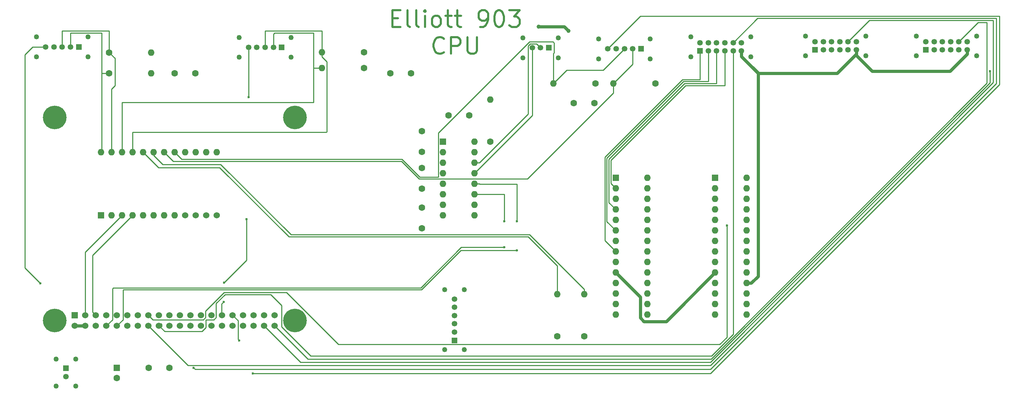
<source format=gbr>
G04 #@! TF.FileFunction,Copper,L1,Top,Signal*
%FSLAX46Y46*%
G04 Gerber Fmt 4.6, Leading zero omitted, Abs format (unit mm)*
G04 Created by KiCad (PCBNEW 4.0.7) date 06/16/18 15:25:26*
%MOMM*%
%LPD*%
G01*
G04 APERTURE LIST*
%ADD10C,0.100000*%
%ADD11C,0.500000*%
%ADD12R,1.524000X1.524000*%
%ADD13C,1.524000*%
%ADD14C,5.700000*%
%ADD15C,1.600000*%
%ADD16R,1.600000X1.600000*%
%ADD17O,1.600000X1.600000*%
%ADD18R,1.350000X1.350000*%
%ADD19C,1.350000*%
%ADD20C,1.250000*%
%ADD21C,0.600000*%
%ADD22C,1.000000*%
%ADD23C,0.750000*%
%ADD24C,0.250000*%
G04 APERTURE END LIST*
D10*
D11*
X135131905Y-26074286D02*
X136465238Y-26074286D01*
X137036667Y-28169524D02*
X135131905Y-28169524D01*
X135131905Y-24169524D01*
X137036667Y-24169524D01*
X139322382Y-28169524D02*
X138941429Y-27979048D01*
X138750953Y-27598095D01*
X138750953Y-24169524D01*
X141417620Y-28169524D02*
X141036667Y-27979048D01*
X140846191Y-27598095D01*
X140846191Y-24169524D01*
X142941429Y-28169524D02*
X142941429Y-25502857D01*
X142941429Y-24169524D02*
X142750953Y-24360000D01*
X142941429Y-24550476D01*
X143131905Y-24360000D01*
X142941429Y-24169524D01*
X142941429Y-24550476D01*
X145417620Y-28169524D02*
X145036667Y-27979048D01*
X144846191Y-27788571D01*
X144655715Y-27407619D01*
X144655715Y-26264762D01*
X144846191Y-25883810D01*
X145036667Y-25693333D01*
X145417620Y-25502857D01*
X145989048Y-25502857D01*
X146370000Y-25693333D01*
X146560477Y-25883810D01*
X146750953Y-26264762D01*
X146750953Y-27407619D01*
X146560477Y-27788571D01*
X146370000Y-27979048D01*
X145989048Y-28169524D01*
X145417620Y-28169524D01*
X147893810Y-25502857D02*
X149417620Y-25502857D01*
X148465239Y-24169524D02*
X148465239Y-27598095D01*
X148655715Y-27979048D01*
X149036668Y-28169524D01*
X149417620Y-28169524D01*
X150179524Y-25502857D02*
X151703334Y-25502857D01*
X150750953Y-24169524D02*
X150750953Y-27598095D01*
X150941429Y-27979048D01*
X151322382Y-28169524D01*
X151703334Y-28169524D01*
X156274762Y-28169524D02*
X157036667Y-28169524D01*
X157417619Y-27979048D01*
X157608095Y-27788571D01*
X157989048Y-27217143D01*
X158179524Y-26455238D01*
X158179524Y-24931429D01*
X157989048Y-24550476D01*
X157798572Y-24360000D01*
X157417619Y-24169524D01*
X156655715Y-24169524D01*
X156274762Y-24360000D01*
X156084286Y-24550476D01*
X155893810Y-24931429D01*
X155893810Y-25883810D01*
X156084286Y-26264762D01*
X156274762Y-26455238D01*
X156655715Y-26645714D01*
X157417619Y-26645714D01*
X157798572Y-26455238D01*
X157989048Y-26264762D01*
X158179524Y-25883810D01*
X160655715Y-24169524D02*
X161036667Y-24169524D01*
X161417619Y-24360000D01*
X161608096Y-24550476D01*
X161798572Y-24931429D01*
X161989048Y-25693333D01*
X161989048Y-26645714D01*
X161798572Y-27407619D01*
X161608096Y-27788571D01*
X161417619Y-27979048D01*
X161036667Y-28169524D01*
X160655715Y-28169524D01*
X160274762Y-27979048D01*
X160084286Y-27788571D01*
X159893810Y-27407619D01*
X159703334Y-26645714D01*
X159703334Y-25693333D01*
X159893810Y-24931429D01*
X160084286Y-24550476D01*
X160274762Y-24360000D01*
X160655715Y-24169524D01*
X163322382Y-24169524D02*
X165798572Y-24169524D01*
X164465239Y-25693333D01*
X165036667Y-25693333D01*
X165417620Y-25883810D01*
X165608096Y-26074286D01*
X165798572Y-26455238D01*
X165798572Y-27407619D01*
X165608096Y-27788571D01*
X165417620Y-27979048D01*
X165036667Y-28169524D01*
X163893810Y-28169524D01*
X163512858Y-27979048D01*
X163322382Y-27788571D01*
X147512857Y-34288571D02*
X147322381Y-34479048D01*
X146750952Y-34669524D01*
X146370000Y-34669524D01*
X145798572Y-34479048D01*
X145417619Y-34098095D01*
X145227143Y-33717143D01*
X145036667Y-32955238D01*
X145036667Y-32383810D01*
X145227143Y-31621905D01*
X145417619Y-31240952D01*
X145798572Y-30860000D01*
X146370000Y-30669524D01*
X146750952Y-30669524D01*
X147322381Y-30860000D01*
X147512857Y-31050476D01*
X149227143Y-34669524D02*
X149227143Y-30669524D01*
X150750952Y-30669524D01*
X151131905Y-30860000D01*
X151322381Y-31050476D01*
X151512857Y-31431429D01*
X151512857Y-32002857D01*
X151322381Y-32383810D01*
X151131905Y-32574286D01*
X150750952Y-32764762D01*
X149227143Y-32764762D01*
X153227143Y-30669524D02*
X153227143Y-33907619D01*
X153417619Y-34288571D01*
X153608095Y-34479048D01*
X153989048Y-34669524D01*
X154750952Y-34669524D01*
X155131905Y-34479048D01*
X155322381Y-34288571D01*
X155512857Y-33907619D01*
X155512857Y-30669524D01*
D12*
X58420000Y-97790000D03*
D13*
X58420000Y-100330000D03*
X71120000Y-97790000D03*
X60960000Y-100330000D03*
X73660000Y-97790000D03*
X63500000Y-100330000D03*
X76200000Y-97790000D03*
X66040000Y-100330000D03*
X78740000Y-97790000D03*
X68580000Y-100330000D03*
X81280000Y-97790000D03*
X71120000Y-100330000D03*
X83820000Y-97790000D03*
X73660000Y-100330000D03*
X86360000Y-97790000D03*
X76200000Y-100330000D03*
X88900000Y-97790000D03*
X78740000Y-100330000D03*
X91440000Y-97790000D03*
X81280000Y-100330000D03*
X93980000Y-97790000D03*
X83820000Y-100330000D03*
X96520000Y-97790000D03*
X86360000Y-100330000D03*
X88900000Y-100330000D03*
X99060000Y-97790000D03*
X91440000Y-100330000D03*
X96520000Y-100330000D03*
X99060000Y-100330000D03*
X101600000Y-100330000D03*
X104140000Y-100330000D03*
X101600000Y-97790000D03*
X104140000Y-97790000D03*
X60960000Y-97790000D03*
X63500000Y-97790000D03*
X66040000Y-97790000D03*
X68580000Y-97790000D03*
X106680000Y-97790000D03*
X106680000Y-100330000D03*
X93980000Y-100330000D03*
D14*
X53550000Y-99060000D03*
X111550000Y-99060000D03*
X111550000Y-50060000D03*
X53550000Y-50060000D03*
D15*
X142240000Y-53340000D03*
X142240000Y-58340000D03*
X142240000Y-62230000D03*
X142240000Y-67230000D03*
X153670000Y-49530000D03*
X148670000Y-49530000D03*
X142240000Y-76835000D03*
X142240000Y-71835000D03*
X76280000Y-110490000D03*
X81280000Y-110490000D03*
X82550000Y-39370000D03*
X87550000Y-39370000D03*
X134620000Y-39370000D03*
X139620000Y-39370000D03*
D16*
X68580000Y-110490000D03*
D15*
X68580000Y-112990000D03*
X183870000Y-46610000D03*
X178870000Y-46610000D03*
X181370000Y-102860000D03*
D17*
X181370000Y-92700000D03*
D15*
X174870000Y-102860000D03*
D17*
X174870000Y-92700000D03*
D15*
X128270000Y-34290000D03*
D17*
X118110000Y-34290000D03*
D15*
X128270000Y-38100000D03*
D17*
X118110000Y-38100000D03*
D15*
X66710000Y-34360000D03*
D17*
X76870000Y-34360000D03*
D15*
X66675000Y-39370000D03*
D17*
X76835000Y-39370000D03*
D15*
X158750000Y-55880000D03*
D17*
X158750000Y-45720000D03*
D15*
X198620000Y-41860000D03*
D17*
X188460000Y-41860000D03*
D15*
X184120000Y-41860000D03*
D17*
X173960000Y-41860000D03*
D16*
X64770000Y-73660000D03*
D17*
X92710000Y-58420000D03*
X67310000Y-73660000D03*
X82550000Y-58420000D03*
X69850000Y-73660000D03*
X80010000Y-58420000D03*
X72390000Y-73660000D03*
X77470000Y-58420000D03*
X74930000Y-73660000D03*
X74930000Y-58420000D03*
X77470000Y-73660000D03*
X90170000Y-58420000D03*
X80010000Y-73660000D03*
X87630000Y-58420000D03*
X82550000Y-73660000D03*
X85090000Y-58420000D03*
D13*
X85090000Y-73660000D03*
X87630000Y-73660000D03*
X90170000Y-73660000D03*
X92710000Y-73660000D03*
D17*
X72390000Y-58420000D03*
X69850000Y-58420000D03*
X67310000Y-58420000D03*
X64770000Y-58420000D03*
D16*
X189000000Y-64590000D03*
D17*
X196620000Y-97610000D03*
X189000000Y-67130000D03*
X196620000Y-95070000D03*
X189000000Y-69670000D03*
X196620000Y-92530000D03*
X189000000Y-72210000D03*
X196620000Y-89990000D03*
X189000000Y-74750000D03*
X196620000Y-87450000D03*
X189000000Y-77290000D03*
X196620000Y-84910000D03*
X189000000Y-79830000D03*
X196620000Y-82370000D03*
X189000000Y-82370000D03*
X196620000Y-79830000D03*
X189000000Y-84910000D03*
X196620000Y-77290000D03*
X189000000Y-87450000D03*
X196620000Y-74750000D03*
X189000000Y-89990000D03*
X196620000Y-72210000D03*
X189000000Y-92530000D03*
X196620000Y-69670000D03*
X189000000Y-95070000D03*
X196620000Y-67130000D03*
X189000000Y-97610000D03*
X196620000Y-64590000D03*
D16*
X147320000Y-55880000D03*
D17*
X154940000Y-73660000D03*
X147320000Y-58420000D03*
X154940000Y-71120000D03*
X147320000Y-60960000D03*
X154940000Y-68580000D03*
X147320000Y-63500000D03*
X154940000Y-66040000D03*
X147320000Y-66040000D03*
X154940000Y-63500000D03*
X147320000Y-68580000D03*
X154940000Y-60960000D03*
X147320000Y-71120000D03*
X154940000Y-58420000D03*
X147320000Y-73660000D03*
X154940000Y-55880000D03*
D16*
X213000000Y-64630000D03*
D17*
X220620000Y-97650000D03*
X213000000Y-67170000D03*
X220620000Y-95110000D03*
X213000000Y-69710000D03*
X220620000Y-92570000D03*
X213000000Y-72250000D03*
X220620000Y-90030000D03*
X213000000Y-74790000D03*
X220620000Y-87490000D03*
X213000000Y-77330000D03*
X220620000Y-84950000D03*
X213000000Y-79870000D03*
X220620000Y-82410000D03*
X213000000Y-82410000D03*
X220620000Y-79870000D03*
X213000000Y-84950000D03*
X220620000Y-77330000D03*
X213000000Y-87490000D03*
X220620000Y-74790000D03*
X213000000Y-90030000D03*
X220620000Y-72250000D03*
X213000000Y-92570000D03*
X220620000Y-69710000D03*
X213000000Y-95110000D03*
X220620000Y-67170000D03*
X213000000Y-97650000D03*
X220620000Y-64630000D03*
D18*
X59370000Y-32985000D03*
D19*
X57370000Y-32985000D03*
X55370000Y-32985000D03*
X53370000Y-32985000D03*
X51370000Y-32985000D03*
D20*
X61620000Y-35360000D03*
X61620000Y-30610000D03*
X49120000Y-35360000D03*
X49120000Y-30610000D03*
D18*
X108370000Y-33110000D03*
D19*
X106370000Y-33110000D03*
X104370000Y-33110000D03*
X102370000Y-33110000D03*
X100370000Y-33110000D03*
D20*
X110620000Y-35485000D03*
X110620000Y-30735000D03*
X98120000Y-35485000D03*
X98120000Y-30735000D03*
D18*
X237120000Y-33735000D03*
D19*
X239120000Y-33735000D03*
X241120000Y-33735000D03*
X243120000Y-33735000D03*
X245120000Y-33735000D03*
X247120000Y-33735000D03*
X237120000Y-31735000D03*
X239120000Y-31735000D03*
X241120000Y-31735000D03*
X243120000Y-31735000D03*
X245120000Y-31735000D03*
X247120000Y-31735000D03*
D20*
X234870000Y-30360000D03*
X234870000Y-35110000D03*
X249370000Y-30360000D03*
X249370000Y-35110000D03*
D18*
X209370000Y-33985000D03*
D19*
X211370000Y-33985000D03*
X213370000Y-33985000D03*
X215370000Y-33985000D03*
X217370000Y-33985000D03*
X219370000Y-33985000D03*
X209370000Y-31985000D03*
X211370000Y-31985000D03*
X213370000Y-31985000D03*
X215370000Y-31985000D03*
X217370000Y-31985000D03*
X219370000Y-31985000D03*
D20*
X207120000Y-30610000D03*
X207120000Y-35360000D03*
X221620000Y-30610000D03*
X221620000Y-35360000D03*
D18*
X263870000Y-33735000D03*
D19*
X265870000Y-33735000D03*
X267870000Y-33735000D03*
X269870000Y-33735000D03*
X271870000Y-33735000D03*
X273870000Y-33735000D03*
X263870000Y-31735000D03*
X265870000Y-31735000D03*
X267870000Y-31735000D03*
X269870000Y-31735000D03*
X271870000Y-31735000D03*
X273870000Y-31735000D03*
D20*
X261620000Y-30360000D03*
X261620000Y-35110000D03*
X276120000Y-30360000D03*
X276120000Y-35110000D03*
D18*
X150120000Y-103860000D03*
D19*
X150120000Y-101860000D03*
X150120000Y-99860000D03*
X150120000Y-97860000D03*
X150120000Y-95860000D03*
X150120000Y-93860000D03*
D20*
X147745000Y-106110000D03*
X152495000Y-106110000D03*
X147745000Y-91610000D03*
X152495000Y-91610000D03*
D18*
X195120000Y-33485000D03*
D19*
X193120000Y-33485000D03*
X191120000Y-33485000D03*
X189120000Y-33485000D03*
X187120000Y-33485000D03*
D20*
X197370000Y-35860000D03*
X197370000Y-31110000D03*
X184870000Y-35860000D03*
X184870000Y-31110000D03*
D18*
X172870000Y-33235000D03*
D19*
X170870000Y-33235000D03*
X168870000Y-33235000D03*
D20*
X175120000Y-35610000D03*
X175120000Y-30860000D03*
X166620000Y-35610000D03*
X166620000Y-30860000D03*
D18*
X56245000Y-110610000D03*
D19*
X56245000Y-112610000D03*
D20*
X58620000Y-108360000D03*
X53870000Y-108360000D03*
X58620000Y-114860000D03*
X53870000Y-114860000D03*
D21*
X215870000Y-76125002D03*
X87120000Y-110485010D03*
X162120000Y-81360000D03*
X162120000Y-75110000D03*
X165120000Y-82110000D03*
X165120000Y-75110000D03*
X279370000Y-38860000D03*
D22*
X170370000Y-28109976D03*
X177620000Y-29109996D03*
D21*
X50120000Y-90110000D03*
X94344657Y-94542063D03*
X94465424Y-89902717D03*
X100370000Y-45110000D03*
X99870000Y-74610000D03*
X101370000Y-111860004D03*
X98120000Y-103860000D03*
D23*
X189000000Y-87450000D02*
X194944999Y-93394999D01*
X194944999Y-93394999D02*
X194944999Y-98414001D01*
X194944999Y-98414001D02*
X195815999Y-99285001D01*
X195815999Y-99285001D02*
X201204999Y-99285001D01*
X201204999Y-99285001D02*
X213000000Y-87490000D01*
D24*
X118110000Y-34290000D02*
X118110000Y-35421370D01*
X119120000Y-53610000D02*
X72390000Y-53610000D01*
X118110000Y-35421370D02*
X119235001Y-36546371D01*
X119235001Y-36546371D02*
X119235001Y-53494999D01*
X119235001Y-53494999D02*
X119120000Y-53610000D01*
X72390000Y-53610000D02*
X72390000Y-58420000D01*
X104370000Y-32610000D02*
X104370000Y-29110000D01*
X104370000Y-29110000D02*
X118120000Y-29110000D01*
X118120000Y-29110000D02*
X118110000Y-29120000D01*
X118110000Y-29120000D02*
X118110000Y-34290000D01*
X69850000Y-58420000D02*
X69850000Y-46360000D01*
X69850000Y-46360000D02*
X116044999Y-46360000D01*
X116044999Y-46360000D02*
X116044999Y-36034999D01*
X116044999Y-36034999D02*
X116044999Y-38034999D01*
X116044999Y-38034999D02*
X116110000Y-38100000D01*
X116110000Y-38100000D02*
X118110000Y-38100000D01*
X106370000Y-32610000D02*
X106370000Y-29860000D01*
X106370000Y-29860000D02*
X106620000Y-29610000D01*
X106620000Y-29610000D02*
X116044999Y-29610000D01*
X116044999Y-29610000D02*
X116044999Y-36034999D01*
X215870000Y-76125002D02*
X215870000Y-103110000D01*
X215870000Y-103110000D02*
X214119999Y-104860001D01*
X89987001Y-96742999D02*
X89987001Y-98311761D01*
X214119999Y-104860001D02*
X122049003Y-104860001D01*
X122049003Y-104860001D02*
X109499013Y-92310011D01*
X109499013Y-92310011D02*
X94419989Y-92310011D01*
X89987001Y-98311761D02*
X89421761Y-98877001D01*
X94419989Y-92310011D02*
X89987001Y-96742999D01*
X89421761Y-98877001D02*
X77287001Y-98877001D01*
X77287001Y-98877001D02*
X76200000Y-97790000D01*
X245120000Y-31735000D02*
X250245000Y-26610000D01*
X280120000Y-26610000D02*
X280120000Y-41610000D01*
X250245000Y-26610000D02*
X280120000Y-26610000D01*
X280120000Y-41610000D02*
X211870000Y-109860000D01*
X211870000Y-109860000D02*
X85730000Y-109860000D01*
X85730000Y-109860000D02*
X76200000Y-100330000D01*
X189000000Y-77290000D02*
X186870000Y-75160000D01*
X186870000Y-75160000D02*
X186870000Y-59860000D01*
X186870000Y-59860000D02*
X205370000Y-41360000D01*
X205370000Y-41360000D02*
X211370000Y-41360000D01*
X211370000Y-41360000D02*
X211370000Y-33985000D01*
X213370000Y-33985000D02*
X213370000Y-41860000D01*
X213370000Y-41860000D02*
X205620000Y-41860000D01*
X205620000Y-41860000D02*
X187374011Y-60105989D01*
X187374011Y-60105989D02*
X187374011Y-70584011D01*
X187374011Y-70584011D02*
X189000000Y-72210000D01*
X189000000Y-67130000D02*
X187870000Y-66000000D01*
X187870000Y-66000000D02*
X187870000Y-60360000D01*
X187870000Y-60360000D02*
X205870000Y-42360000D01*
X215370000Y-42360000D02*
X215370000Y-33985000D01*
X205870000Y-42360000D02*
X215370000Y-42360000D01*
X209370000Y-40860000D02*
X209370000Y-33985000D01*
X189000000Y-82370000D02*
X186370000Y-79740000D01*
X186370000Y-79740000D02*
X186370000Y-59610000D01*
X186370000Y-59610000D02*
X205120000Y-40860000D01*
X205120000Y-40860000D02*
X209370000Y-40860000D01*
X217370000Y-33985000D02*
X217370000Y-102360000D01*
X217370000Y-102360000D02*
X212120000Y-107610000D01*
X212120000Y-107610000D02*
X115400998Y-107610000D01*
X90058171Y-98877001D02*
X90058171Y-100780591D01*
X115400998Y-107610000D02*
X108374999Y-100584001D01*
X91961761Y-98877001D02*
X90058171Y-98877001D01*
X108374999Y-100584001D02*
X108374999Y-95387821D01*
X108374999Y-95387821D02*
X105747200Y-92760022D01*
X105747200Y-92760022D02*
X94719978Y-92760022D01*
X90058171Y-100780591D02*
X89121761Y-101717001D01*
X94719978Y-92760022D02*
X92527001Y-94952999D01*
X92527001Y-98311761D02*
X91961761Y-98877001D01*
X80127001Y-101717001D02*
X78740000Y-100330000D01*
X92527001Y-94952999D02*
X92527001Y-98311761D01*
X89121761Y-101717001D02*
X80127001Y-101717001D01*
X79376990Y-100479752D02*
X79376990Y-99994638D01*
X79376990Y-99994638D02*
X79226176Y-99843824D01*
X79226176Y-99843824D02*
X78740000Y-100330000D01*
X217370000Y-31985000D02*
X223245000Y-26110000D01*
X223245000Y-26110000D02*
X280870000Y-26110000D01*
X280870000Y-26110000D02*
X280870000Y-41860000D01*
X280870000Y-41860000D02*
X211870000Y-110860000D01*
X211870000Y-110860000D02*
X87494990Y-110860000D01*
X87494990Y-110860000D02*
X87120000Y-110485010D01*
X67492999Y-98877001D02*
X66040000Y-100330000D01*
X67492999Y-91360000D02*
X67492999Y-98877001D01*
X67693010Y-91159989D02*
X67492999Y-91360000D01*
X162120000Y-81360000D02*
X151733590Y-81360000D01*
X151733590Y-81360000D02*
X141933601Y-91159989D01*
X141933601Y-91159989D02*
X67693010Y-91159989D01*
X162090000Y-68580000D02*
X162120000Y-68610000D01*
X162120000Y-68610000D02*
X162120000Y-75110000D01*
X154940000Y-68580000D02*
X162090000Y-68580000D01*
X70120000Y-91610000D02*
X70032999Y-91697001D01*
X70032999Y-91697001D02*
X70032999Y-98877001D01*
X70032999Y-98877001D02*
X68580000Y-100330000D01*
X142120000Y-91610000D02*
X70120000Y-91610000D01*
X151620000Y-82110000D02*
X142120000Y-91610000D01*
X165120000Y-82110000D02*
X151620000Y-82110000D01*
X165120000Y-66110000D02*
X165120000Y-75110000D01*
X156141370Y-66110000D02*
X165120000Y-66110000D01*
X154940000Y-66040000D02*
X156071370Y-66040000D01*
X156071370Y-66040000D02*
X156141370Y-66110000D01*
X60960000Y-97790000D02*
X60960000Y-82550000D01*
X60960000Y-82550000D02*
X69850000Y-73660000D01*
X62738001Y-83311999D02*
X72390000Y-73660000D01*
X62738001Y-97028001D02*
X62738001Y-83311999D01*
X63500000Y-97790000D02*
X62738001Y-97028001D01*
X104140000Y-100330000D02*
X112920000Y-109110000D01*
X112920000Y-109110000D02*
X211905413Y-109110000D01*
X211905413Y-109110000D02*
X279370000Y-41645413D01*
X279370000Y-41645413D02*
X279370000Y-38860000D01*
X271870000Y-31735000D02*
X276495000Y-27110000D01*
X276495000Y-27110000D02*
X278620000Y-27110000D01*
X278620000Y-27110000D02*
X278620000Y-41759002D01*
X278620000Y-41759002D02*
X212019002Y-108360000D01*
X212019002Y-108360000D02*
X114710000Y-108360000D01*
X114710000Y-108360000D02*
X106680000Y-100330000D01*
X181370000Y-92700000D02*
X181370000Y-91568630D01*
X181370000Y-91568630D02*
X168161370Y-78360000D01*
X168161370Y-78360000D02*
X110620000Y-78360000D01*
X93620000Y-61360000D02*
X79620000Y-61360000D01*
X110620000Y-78360000D02*
X93620000Y-61360000D01*
X79620000Y-61360000D02*
X77470000Y-59210000D01*
X77470000Y-59210000D02*
X77470000Y-58420000D01*
X174870000Y-92700000D02*
X174870000Y-85860000D01*
X174870000Y-85860000D02*
X167870000Y-78860000D01*
X78620000Y-62110000D02*
X74930000Y-58420000D01*
X167870000Y-78860000D02*
X110120000Y-78860000D01*
X110120000Y-78860000D02*
X93370000Y-62110000D01*
X93370000Y-62110000D02*
X78620000Y-62110000D01*
D23*
X177620000Y-29109996D02*
X176620004Y-28110000D01*
X176620004Y-28110000D02*
X170370024Y-28110000D01*
X170370024Y-28110000D02*
X170370000Y-28109976D01*
X250899987Y-38859989D02*
X269699605Y-38859989D01*
X269699605Y-38859989D02*
X273870000Y-34689594D01*
X247120000Y-35080002D02*
X250899987Y-38859989D01*
X273870000Y-34689594D02*
X273870000Y-33735000D01*
X247120000Y-33735000D02*
X247120000Y-35080002D01*
X219370000Y-35330002D02*
X223399998Y-39360000D01*
X223399998Y-39360000D02*
X242449594Y-39360000D01*
X242449594Y-39360000D02*
X247120000Y-34689594D01*
X247120000Y-34689594D02*
X247120000Y-33735000D01*
X220620000Y-90030000D02*
X221751370Y-90030000D01*
X221751370Y-90030000D02*
X223370000Y-88411370D01*
X223370000Y-88411370D02*
X223370000Y-39330002D01*
X223370000Y-39330002D02*
X219370000Y-35330002D01*
X219370000Y-33985000D02*
X219370000Y-35330002D01*
X58420000Y-100330000D02*
X60960000Y-100330000D01*
D24*
X84240000Y-60110000D02*
X82550000Y-58420000D01*
X146171424Y-64409989D02*
X141721402Y-64409989D01*
X168203598Y-31784990D02*
X146194999Y-53793589D01*
X146194999Y-64386414D02*
X146171424Y-64409989D01*
X137421413Y-60110000D02*
X84240000Y-60110000D01*
X146194999Y-53793589D02*
X146194999Y-64386414D01*
X173960000Y-41860000D02*
X173960000Y-34620002D01*
X173894992Y-31784990D02*
X168203598Y-31784990D01*
X141721402Y-64409989D02*
X137421413Y-60110000D01*
X174170001Y-32059999D02*
X173894992Y-31784990D01*
X174170001Y-34410001D02*
X174170001Y-32059999D01*
X173960000Y-34620002D02*
X174170001Y-34410001D01*
X173960000Y-41860000D02*
X177210000Y-38610000D01*
X185995000Y-38610000D02*
X191120000Y-33485000D01*
X177210000Y-38610000D02*
X185995000Y-38610000D01*
X167729002Y-64860000D02*
X141535002Y-64860000D01*
X137285002Y-60610000D02*
X82200000Y-60610000D01*
X188460000Y-41860000D02*
X188460000Y-44129002D01*
X188460000Y-44129002D02*
X167729002Y-64860000D01*
X141535002Y-64860000D02*
X137285002Y-60610000D01*
X82200000Y-60610000D02*
X80010000Y-58420000D01*
X188460000Y-41860000D02*
X193120000Y-37200000D01*
X193120000Y-37200000D02*
X193120000Y-33485000D01*
X154940000Y-60960000D02*
X156071370Y-60960000D01*
X156071370Y-60960000D02*
X167869999Y-49161371D01*
X167869999Y-49161371D02*
X167869999Y-32754999D01*
X167869999Y-32754999D02*
X168389999Y-32234999D01*
X168389999Y-32234999D02*
X169869999Y-32234999D01*
X169869999Y-32234999D02*
X170870000Y-33235000D01*
X168870000Y-33235000D02*
X168870000Y-49570000D01*
X168870000Y-49570000D02*
X154940000Y-63500000D01*
X46370000Y-86360000D02*
X50120000Y-90110000D01*
X51370000Y-32985000D02*
X48245000Y-32985000D01*
X46370000Y-34860000D02*
X46370000Y-86360000D01*
X48245000Y-32985000D02*
X46370000Y-34860000D01*
X65870000Y-97960000D02*
X66040000Y-97790000D01*
X93980000Y-97790000D02*
X93870000Y-97680000D01*
X93870000Y-95016720D02*
X94344657Y-94542063D01*
X93870000Y-97680000D02*
X93870000Y-95016720D01*
X99870000Y-84498141D02*
X94465424Y-89902717D01*
X99870000Y-74610000D02*
X99870000Y-84498141D01*
X100370000Y-33110000D02*
X100370000Y-45110000D01*
X187120000Y-33485000D02*
X194995000Y-25610000D01*
X194995000Y-25610000D02*
X281620000Y-25610000D01*
X281620000Y-25610000D02*
X281620000Y-42110000D01*
X281620000Y-42110000D02*
X211869996Y-111860004D01*
X211869996Y-111860004D02*
X101370000Y-111860004D01*
X98120000Y-103860000D02*
X97820001Y-103560001D01*
X97820001Y-103560001D02*
X97820001Y-99090001D01*
X97820001Y-99090001D02*
X96520000Y-97790000D01*
X96690000Y-97790000D02*
X96520000Y-97790000D01*
X64870000Y-29610000D02*
X64870000Y-39360000D01*
X64870000Y-39360000D02*
X64870000Y-58320000D01*
X66675000Y-39370000D02*
X64880000Y-39370000D01*
X64880000Y-39370000D02*
X64870000Y-39360000D01*
X64870000Y-58320000D02*
X64770000Y-58420000D01*
X57370000Y-32985000D02*
X57370000Y-29610000D01*
X57370000Y-29610000D02*
X64870000Y-29610000D01*
X66675000Y-39360000D02*
X66675000Y-39370000D01*
X66040000Y-39370000D02*
X66630000Y-39370000D01*
X67310000Y-43170000D02*
X67310000Y-58420000D01*
X68120000Y-35770000D02*
X68120000Y-42360000D01*
X68120000Y-42360000D02*
X67310000Y-43170000D01*
X66710000Y-34360000D02*
X68120000Y-35770000D01*
X55370000Y-32985000D02*
X55370000Y-29110000D01*
X55370000Y-29110000D02*
X66710000Y-29110000D01*
X66710000Y-29110000D02*
X66710000Y-34360000D01*
X66040000Y-34290000D02*
X66620000Y-34870000D01*
M02*

</source>
